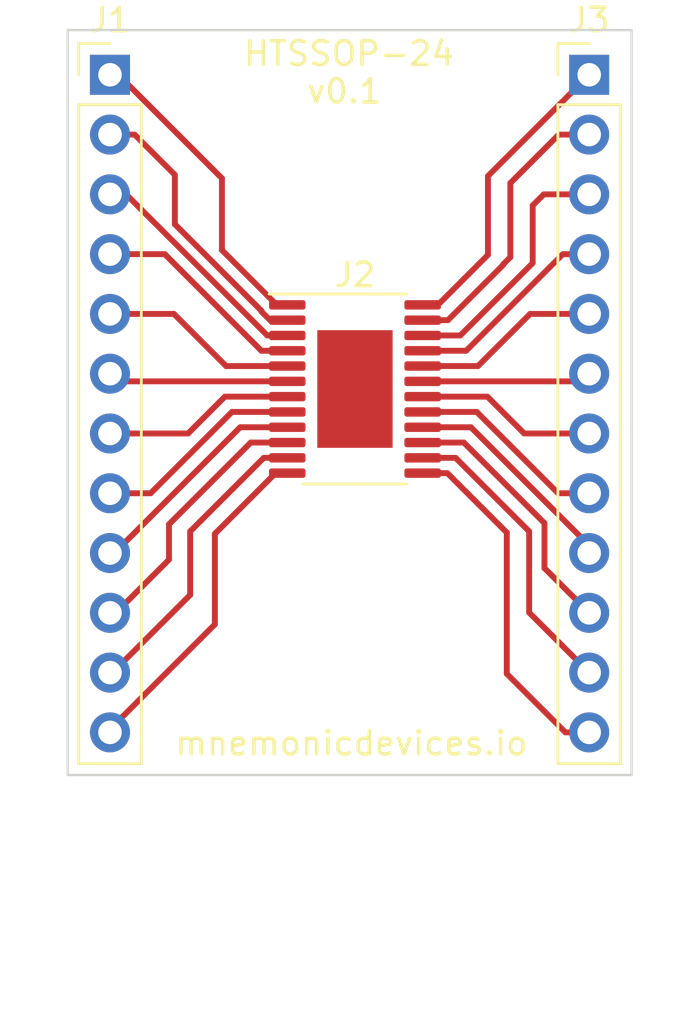
<source format=kicad_pcb>
(kicad_pcb (version 20210228) (generator pcbnew)
  (layers (0 "F.Cu" signal) (31 "B.Cu" signal) (34 "B.Paste" user) (35 "F.Paste" user) (36 "B.SilkS" user "B.Silkscreen") (37 "F.SilkS" user "F.Silkscreen") (38 "B.Mask" user) (39 "F.Mask" user) (44 "Edge.Cuts" user))
  (net 0 "")
  (net 1 "Net-(J1-Pad1)")
  (net 2 "Net-(J1-Pad2)")
  (net 3 "Net-(J1-Pad3)")
  (net 4 "Net-(J1-Pad4)")
  (net 5 "Net-(J1-Pad5)")
  (net 6 "Net-(J1-Pad6)")
  (net 7 "Net-(J1-Pad7)")
  (net 8 "Net-(J1-Pad8)")
  (net 9 "Net-(J1-Pad9)")
  (net 10 "Net-(J1-Pad10)")
  (net 11 "Net-(J1-Pad11)")
  (net 12 "Net-(J1-Pad12)")
  (net 13 "Net-(J2-Pad13)")
  (net 14 "Net-(J2-Pad14)")
  (net 15 "Net-(J2-Pad15)")
  (net 16 "Net-(J2-Pad16)")
  (net 17 "Net-(J2-Pad17)")
  (net 18 "Net-(J2-Pad18)")
  (net 19 "Net-(J2-Pad19)")
  (net 20 "Net-(J2-Pad20)")
  (net 21 "Net-(J2-Pad21)")
  (net 22 "Net-(J2-Pad22)")
  (net 23 "Net-(J2-Pad23)")
  (net 24 "Net-(J2-Pad24)")
  (footprint "Connector_PinHeader_2.54mm:PinHeader_1x12_P2.54mm_Vertical" (layer "F.Cu") (at 13.894641 13.9)
    (fp_text reference "J1" (at 0 -2.33) (layer "F.SilkS"))
    (fp_text value "Conn_01x12")
    (fp_line (start -1.33 29.27) (end 1.33 29.27) (layer "F.SilkS") (width 0.12))
    (fp_line (start -1.33 -1.33) (end 0 -1.33) (layer "F.SilkS") (width 0.12))
    (fp_line (start -1.33 1.27) (end -1.33 29.27) (layer "F.SilkS") (width 0.12))
    (fp_line (start 1.33 1.27) (end 1.33 29.27) (layer "F.SilkS") (width 0.12))
    (fp_line (start -1.33 0) (end -1.33 -1.33) (layer "F.SilkS") (width 0.12))
    (fp_line (start -1.33 1.27) (end 1.33 1.27) (layer "F.SilkS") (width 0.12))
    (pad "1" thru_hole rect (at 0 0) (size 1.7 1.7) (drill 1) (layers *.Cu *.Mask) (net 1 "Net-(J1-Pad1)"))
    (pad "2" thru_hole oval (at 0 2.54) (size 1.7 1.7) (drill 1) (layers *.Cu *.Mask) (net 2 "Net-(J1-Pad2)"))
    (pad "3" thru_hole oval (at 0 5.08) (size 1.7 1.7) (drill 1) (layers *.Cu *.Mask) (net 3 "Net-(J1-Pad3)"))
    (pad "4" thru_hole oval (at 0 7.62) (size 1.7 1.7) (drill 1) (layers *.Cu *.Mask) (net 4 "Net-(J1-Pad4)"))
    (pad "5" thru_hole oval (at 0 10.16) (size 1.7 1.7) (drill 1) (layers *.Cu *.Mask) (net 5 "Net-(J1-Pad5)"))
    (pad "6" thru_hole oval (at 0 12.7) (size 1.7 1.7) (drill 1) (layers *.Cu *.Mask) (net 6 "Net-(J1-Pad6)"))
    (pad "7" thru_hole oval (at 0 15.24) (size 1.7 1.7) (drill 1) (layers *.Cu *.Mask) (net 7 "Net-(J1-Pad7)"))
    (pad "8" thru_hole oval (at 0 17.78) (size 1.7 1.7) (drill 1) (layers *.Cu *.Mask) (net 8 "Net-(J1-Pad8)"))
    (pad "9" thru_hole oval (at 0 20.32) (size 1.7 1.7) (drill 1) (layers *.Cu *.Mask) (net 9 "Net-(J1-Pad9)"))
    (pad "10" thru_hole oval (at 0 22.86) (size 1.7 1.7) (drill 1) (layers *.Cu *.Mask) (net 10 "Net-(J1-Pad10)"))
    (pad "11" thru_hole oval (at 0 25.4) (size 1.7 1.7) (drill 1) (layers *.Cu *.Mask) (net 11 "Net-(J1-Pad11)"))
    (pad "12" thru_hole oval (at 0 27.94) (size 1.7 1.7) (drill 1) (layers *.Cu *.Mask) (net 12 "Net-(J1-Pad12)"))
  )
  (footprint "Package_SO:HTSSOP-24-1EP_4.4x7.8mm_P0.65mm_EP3.2x5mm" (layer "F.Cu") (at 24.3 27.25)
    (fp_text reference "J2" (at 0 -4.85) (layer "F.SilkS"))
    (fp_text value "Conn_02x12_Counter_Clockwise")
    (fp_line (start 0 -4.035) (end -3.65 -4.035) (layer "F.SilkS") (width 0.12))
    (fp_line (start 0 -4.035) (end 2.2 -4.035) (layer "F.SilkS") (width 0.12))
    (fp_line (start 0 4.035) (end 2.2 4.035) (layer "F.SilkS") (width 0.12))
    (fp_line (start 0 4.035) (end -2.2 4.035) (layer "F.SilkS") (width 0.12))
    (pad "1" smd roundrect (at -2.875 -3.575) (size 1.55 0.4) (layers "F.Cu" "F.Paste" "F.Mask") (net 1 "Net-(J1-Pad1)"))
    (pad "2" smd roundrect (at -2.875 -2.925) (size 1.55 0.4) (layers "F.Cu" "F.Paste" "F.Mask") (net 2 "Net-(J1-Pad2)"))
    (pad "3" smd roundrect (at -2.875 -2.275) (size 1.55 0.4) (layers "F.Cu" "F.Paste" "F.Mask") (net 3 "Net-(J1-Pad3)"))
    (pad "4" smd roundrect (at -2.875 -1.625) (size 1.55 0.4) (layers "F.Cu" "F.Paste" "F.Mask") (net 4 "Net-(J1-Pad4)"))
    (pad "5" smd roundrect (at -2.875 -0.975) (size 1.55 0.4) (layers "F.Cu" "F.Paste" "F.Mask") (net 5 "Net-(J1-Pad5)"))
    (pad "6" smd roundrect (at -2.875 -0.325) (size 1.55 0.4) (layers "F.Cu" "F.Paste" "F.Mask") (net 6 "Net-(J1-Pad6)"))
    (pad "7" smd roundrect (at -2.875 0.325) (size 1.55 0.4) (layers "F.Cu" "F.Paste" "F.Mask") (net 7 "Net-(J1-Pad7)"))
    (pad "8" smd roundrect (at -2.875 0.975) (size 1.55 0.4) (layers "F.Cu" "F.Paste" "F.Mask") (net 8 "Net-(J1-Pad8)"))
    (pad "9" smd roundrect (at -2.875 1.625) (size 1.55 0.4) (layers "F.Cu" "F.Paste" "F.Mask") (net 9 "Net-(J1-Pad9)"))
    (pad "10" smd roundrect (at -2.875 2.275) (size 1.55 0.4) (layers "F.Cu" "F.Paste" "F.Mask") (net 10 "Net-(J1-Pad10)"))
    (pad "11" smd roundrect (at -2.875 2.925) (size 1.55 0.4) (layers "F.Cu" "F.Paste" "F.Mask") (net 11 "Net-(J1-Pad11)"))
    (pad "12" smd roundrect (at -2.875 3.575) (size 1.55 0.4) (layers "F.Cu" "F.Paste" "F.Mask") (net 12 "Net-(J1-Pad12)"))
    (pad "13" smd roundrect (at 2.875 3.575) (size 1.55 0.4) (layers "F.Cu" "F.Paste" "F.Mask") (net 13 "Net-(J2-Pad13)"))
    (pad "14" smd roundrect (at 2.875 2.925) (size 1.55 0.4) (layers "F.Cu" "F.Paste" "F.Mask") (net 14 "Net-(J2-Pad14)"))
    (pad "15" smd roundrect (at 2.875 2.275) (size 1.55 0.4) (layers "F.Cu" "F.Paste" "F.Mask") (net 15 "Net-(J2-Pad15)"))
    (pad "16" smd roundrect (at 2.875 1.625) (size 1.55 0.4) (layers "F.Cu" "F.Paste" "F.Mask") (net 16 "Net-(J2-Pad16)"))
    (pad "17" smd roundrect (at 2.875 0.975) (size 1.55 0.4) (layers "F.Cu" "F.Paste" "F.Mask") (net 17 "Net-(J2-Pad17)"))
    (pad "18" smd roundrect (at 2.875 0.325) (size 1.55 0.4) (layers "F.Cu" "F.Paste" "F.Mask") (net 18 "Net-(J2-Pad18)"))
    (pad "19" smd roundrect (at 2.875 -0.325) (size 1.55 0.4) (layers "F.Cu" "F.Paste" "F.Mask") (net 19 "Net-(J2-Pad19)"))
    (pad "20" smd roundrect (at 2.875 -0.975) (size 1.55 0.4) (layers "F.Cu" "F.Paste" "F.Mask") (net 20 "Net-(J2-Pad20)"))
    (pad "21" smd roundrect (at 2.875 -1.625) (size 1.55 0.4) (layers "F.Cu" "F.Paste" "F.Mask") (net 21 "Net-(J2-Pad21)"))
    (pad "22" smd roundrect (at 2.875 -2.275) (size 1.55 0.4) (layers "F.Cu" "F.Paste" "F.Mask") (net 22 "Net-(J2-Pad22)"))
    (pad "23" smd roundrect (at 2.875 -2.925) (size 1.55 0.4) (layers "F.Cu" "F.Paste" "F.Mask") (net 23 "Net-(J2-Pad23)"))
    (pad "24" smd roundrect (at 2.875 -3.575) (size 1.55 0.4) (layers "F.Cu" "F.Paste" "F.Mask") (net 24 "Net-(J2-Pad24)"))
    (pad "25" smd rect (at 0 0) (size 3.2 5) (layers "F.Cu" "F.Mask"))
  )
  (footprint "Connector_PinHeader_2.54mm:PinHeader_1x12_P2.54mm_Vertical" (layer "F.Cu") (at 34.25 13.9)
    (fp_text reference "J3" (at 0 -2.33) (layer "F.SilkS"))
    (fp_text value "Conn_01x12")
    (fp_line (start -1.33 0) (end -1.33 -1.33) (layer "F.SilkS") (width 0.12))
    (fp_line (start -1.33 1.27) (end 1.33 1.27) (layer "F.SilkS") (width 0.12))
    (fp_line (start -1.33 -1.33) (end 0 -1.33) (layer "F.SilkS") (width 0.12))
    (fp_line (start 1.33 1.27) (end 1.33 29.27) (layer "F.SilkS") (width 0.12))
    (fp_line (start -1.33 1.27) (end -1.33 29.27) (layer "F.SilkS") (width 0.12))
    (fp_line (start -1.33 29.27) (end 1.33 29.27) (layer "F.SilkS") (width 0.12))
    (pad "1" thru_hole rect (at 0 0) (size 1.7 1.7) (drill 1) (layers *.Cu *.Mask) (net 24 "Net-(J2-Pad24)"))
    (pad "2" thru_hole oval (at 0 2.54) (size 1.7 1.7) (drill 1) (layers *.Cu *.Mask) (net 23 "Net-(J2-Pad23)"))
    (pad "3" thru_hole oval (at 0 5.08) (size 1.7 1.7) (drill 1) (layers *.Cu *.Mask) (net 22 "Net-(J2-Pad22)"))
    (pad "4" thru_hole oval (at 0 7.62) (size 1.7 1.7) (drill 1) (layers *.Cu *.Mask) (net 21 "Net-(J2-Pad21)"))
    (pad "5" thru_hole oval (at 0 10.16) (size 1.7 1.7) (drill 1) (layers *.Cu *.Mask) (net 20 "Net-(J2-Pad20)"))
    (pad "6" thru_hole oval (at 0 12.7) (size 1.7 1.7) (drill 1) (layers *.Cu *.Mask) (net 19 "Net-(J2-Pad19)"))
    (pad "7" thru_hole oval (at 0 15.24) (size 1.7 1.7) (drill 1) (layers *.Cu *.Mask) (net 18 "Net-(J2-Pad18)"))
    (pad "8" thru_hole oval (at 0 17.78) (size 1.7 1.7) (drill 1) (layers *.Cu *.Mask) (net 17 "Net-(J2-Pad17)"))
    (pad "9" thru_hole oval (at 0 20.32) (size 1.7 1.7) (drill 1) (layers *.Cu *.Mask) (net 16 "Net-(J2-Pad16)"))
    (pad "10" thru_hole oval (at 0 22.86) (size 1.7 1.7) (drill 1) (layers *.Cu *.Mask) (net 15 "Net-(J2-Pad15)"))
    (pad "11" thru_hole oval (at 0 25.4) (size 1.7 1.7) (drill 1) (layers *.Cu *.Mask) (net 14 "Net-(J2-Pad14)"))
    (pad "12" thru_hole oval (at 0 27.94) (size 1.7 1.7) (drill 1) (layers *.Cu *.Mask) (net 13 "Net-(J2-Pad13)"))
  )
  (gr_line (start 36.05 12) (end 36.05 43.65) (layer "Edge.Cuts") (width 0.1))
  (gr_line (start 12.1 12) (end 36.05 12) (layer "Edge.Cuts") (width 0.1))
  (gr_line (start 36.05 43.65) (end 12.1 43.65) (layer "Edge.Cuts") (width 0.1))
  (gr_line (start 12.1 43.65) (end 12.1 12) (layer "Edge.Cuts") (width 0.1))
  (gr_text "v0.1" (at 23.85 14.6) (layer "F.SilkS") (effects (font (size 1 1))))
  (gr_text "HTSSOP-24" (at 24.05 13) (layer "F.SilkS") (effects (font (size 1 1))))
  (gr_text "mnemonicdevices.io" (at 24.15 42.3) (layer "F.SilkS") (effects (font (size 1 1))))
  (segment (start 14.25 13.9) (end 13.894641 13.9) (width 0.25) (layer "F.Cu") (net 1))
  (segment (start 21.725 23.675) (end 20.975 23.675) (width 0.25) (layer "F.Cu") (net 1))
  (segment (start 18.65 21.35) (end 18.65 18.3) (width 0.25) (layer "F.Cu") (net 1))
  (segment (start 20.975 23.675) (end 18.65 21.35) (width 0.25) (layer "F.Cu") (net 1))
  (segment (start 18.65 18.3) (end 14.25 13.9) (width 0.25) (layer "F.Cu") (net 1))
  (segment (start 20.32548 23.957912) (end 20.32548 23.92548) (width 0.25) (layer "F.Cu") (net 2))
  (segment (start 21.725 24.325) (end 20.692568 24.325) (width 0.25) (layer "F.Cu") (net 2))
  (segment (start 14.94 16.44) (end 13.894641 16.44) (width 0.25) (layer "F.Cu") (net 2))
  (segment (start 20.692568 24.325) (end 20.32548 23.957912) (width 0.25) (layer "F.Cu") (net 2))
  (segment (start 16.65 18.15) (end 14.94 16.44) (width 0.25) (layer "F.Cu") (net 2))
  (segment (start 20.32548 23.92548) (end 16.65 20.25) (width 0.25) (layer "F.Cu") (net 2))
  (segment (start 16.65 20.25) (end 16.65 18.15) (width 0.25) (layer "F.Cu") (net 2))
  (segment (start 20.575 24.975) (end 14.58 18.98) (width 0.25) (layer "F.Cu") (net 3))
  (segment (start 14.58 18.98) (end 13.894641 18.98) (width 0.25) (layer "F.Cu") (net 3))
  (segment (start 13.949641 18.925) (end 13.894641 18.98) (width 0.25) (layer "F.Cu") (net 3))
  (segment (start 21.725 24.975) (end 20.575 24.975) (width 0.25) (layer "F.Cu") (net 3))
  (segment (start 21.725 25.625) (end 20.325 25.625) (width 0.25) (layer "F.Cu") (net 4))
  (segment (start 16.22 21.52) (end 13.894641 21.52) (width 0.25) (layer "F.Cu") (net 4))
  (segment (start 20.325 25.625) (end 16.22 21.52) (width 0.25) (layer "F.Cu") (net 4))
  (segment (start 21.725 26.275) (end 18.825 26.275) (width 0.25) (layer "F.Cu") (net 5))
  (segment (start 16.61 24.06) (end 13.894641 24.06) (width 0.25) (layer "F.Cu") (net 5))
  (segment (start 18.825 26.275) (end 16.61 24.06) (width 0.25) (layer "F.Cu") (net 5))
  (segment (start 14.219641 26.925) (end 13.894641 26.6) (width 0.25) (layer "F.Cu") (net 6))
  (segment (start 21.725 26.925) (end 14.219641 26.925) (width 0.25) (layer "F.Cu") (net 6))
  (segment (start 17.21 29.14) (end 13.894641 29.14) (width 0.25) (layer "F.Cu") (net 7))
  (segment (start 21.725 27.575) (end 18.775 27.575) (width 0.25) (layer "F.Cu") (net 7))
  (segment (start 18.775 27.575) (end 17.21 29.14) (width 0.25) (layer "F.Cu") (net 7))
  (segment (start 21.725 28.225) (end 19.075 28.225) (width 0.25) (layer "F.Cu") (net 8))
  (segment (start 19.075 28.225) (end 15.62 31.68) (width 0.25) (layer "F.Cu") (net 8))
  (segment (start 15.62 31.68) (end 13.894641 31.68) (width 0.25) (layer "F.Cu") (net 8))
  (segment (start 14.08 34.22) (end 13.894641 34.22) (width 0.25) (layer "F.Cu") (net 9))
  (segment (start 19.425 28.875) (end 14.08 34.22) (width 0.25) (layer "F.Cu") (net 9))
  (segment (start 21.725 28.875) (end 19.425 28.875) (width 0.25) (layer "F.Cu") (net 9))
  (segment (start 16.4 33) (end 16.4 34.5) (width 0.25) (layer "F.Cu") (net 10))
  (segment (start 16.4 34.5) (end 14.14 36.76) (width 0.25) (layer "F.Cu") (net 10))
  (segment (start 19.875 29.525) (end 16.4 33) (width 0.25) (layer "F.Cu") (net 10))
  (segment (start 21.725 29.525) (end 19.875 29.525) (width 0.25) (layer "F.Cu") (net 10))
  (segment (start 14.14 36.76) (end 13.894641 36.76) (width 0.25) (layer "F.Cu") (net 10))
  (segment (start 17.3 36) (end 14 39.3) (width 0.25) (layer "F.Cu") (net 11))
  (segment (start 17.3 33.3) (end 17.3 36) (width 0.25) (layer "F.Cu") (net 11))
  (segment (start 20.425 30.175) (end 17.3 33.3) (width 0.25) (layer "F.Cu") (net 11))
  (segment (start 14 39.3) (end 13.894641 39.3) (width 0.25) (layer "F.Cu") (net 11))
  (segment (start 14.519641 39.3) (end 13.894641 39.3) (width 0.25) (layer "F.Cu") (net 11))
  (segment (start 21.725 30.175) (end 20.425 30.175) (width 0.25) (layer "F.Cu") (net 11))
  (segment (start 20.925 30.825) (end 18.35 33.4) (width 0.25) (layer "F.Cu") (net 12))
  (segment (start 21.725 30.825) (end 20.925 30.825) (width 0.25) (layer "F.Cu") (net 12))
  (segment (start 14.529641 41.84) (end 13.894641 41.84) (width 0.25) (layer "F.Cu") (net 12))
  (segment (start 13.894641 41.705359) (end 13.894641 41.84) (width 0.25) (layer "F.Cu") (net 12))
  (segment (start 18.35 33.4) (end 18.35 37.25) (width 0.25) (layer "F.Cu") (net 12))
  (segment (start 18.35 37.25) (end 13.894641 41.705359) (width 0.25) (layer "F.Cu") (net 12))
  (segment (start 33.24 41.84) (end 34.25 41.84) (width 0.25) (layer "F.Cu") (net 13))
  (segment (start 30.75 33.35) (end 30.75 39.35) (width 0.25) (layer "F.Cu") (net 13))
  (segment (start 28.225 30.825) (end 30.75 33.35) (width 0.25) (layer "F.Cu") (net 13))
  (segment (start 30.75 39.35) (end 33.24 41.84) (width 0.25) (layer "F.Cu") (net 13))
  (segment (start 27.475 30.825) (end 28.225 30.825) (width 0.25) (layer "F.Cu") (net 13))
  (segment (start 27.475 30.175) (end 28.575 30.175) (width 0.25) (layer "F.Cu") (net 14))
  (segment (start 28.575 30.175) (end 31.7 33.3) (width 0.25) (layer "F.Cu") (net 14))
  (segment (start 31.7 36.75) (end 34.25 39.3) (width 0.25) (layer "F.Cu") (net 14))
  (segment (start 31.7 33.3) (end 31.7 36.75) (width 0.25) (layer "F.Cu") (net 14))
  (segment (start 28.925 29.525) (end 32.35 32.95) (width 0.25) (layer "F.Cu") (net 15))
  (segment (start 32.35 32.95) (end 32.35 34.86) (width 0.25) (layer "F.Cu") (net 15))
  (segment (start 27.475 29.525) (end 28.925 29.525) (width 0.25) (layer "F.Cu") (net 15))
  (segment (start 32.35 34.86) (end 34.25 36.76) (width 0.25) (layer "F.Cu") (net 15))
  (segment (start 29.225 28.875) (end 34.25 33.9) (width 0.25) (layer "F.Cu") (net 16))
  (segment (start 34.25 33.9) (end 34.25 34.22) (width 0.25) (layer "F.Cu") (net 16))
  (segment (start 27.475 28.875) (end 29.225 28.875) (width 0.25) (layer "F.Cu") (net 16))
  (segment (start 27.475 28.225) (end 29.475 28.225) (width 0.25) (layer "F.Cu") (net 17))
  (segment (start 29.475 28.225) (end 32.93 31.68) (width 0.25) (layer "F.Cu") (net 17))
  (segment (start 32.93 31.68) (end 34.25 31.68) (width 0.25) (layer "F.Cu") (net 17))
  (segment (start 29.925 27.575) (end 31.49 29.14) (width 0.25) (layer "F.Cu") (net 18))
  (segment (start 31.49 29.14) (end 34.25 29.14) (width 0.25) (layer "F.Cu") (net 18))
  (segment (start 27.475 27.575) (end 29.925 27.575) (width 0.25) (layer "F.Cu") (net 18))
  (segment (start 33.925 26.925) (end 34.25 26.6) (width 0.25) (layer "F.Cu") (net 19))
  (segment (start 27.475 26.925) (end 33.925 26.925) (width 0.25) (layer "F.Cu") (net 19))
  (segment (start 31.74 24.06) (end 34.25 24.06) (width 0.25) (layer "F.Cu") (net 20))
  (segment (start 27.475 26.275) (end 29.525 26.275) (width 0.25) (layer "F.Cu") (net 20))
  (segment (start 29.525 26.275) (end 31.74 24.06) (width 0.25) (layer "F.Cu") (net 20))
  (segment (start 33.13 21.52) (end 34.25 21.52) (width 0.25) (layer "F.Cu") (net 21))
  (segment (start 29.025 25.625) (end 33.13 21.52) (width 0.25) (layer "F.Cu") (net 21))
  (segment (start 27.475 25.625) (end 29.025 25.625) (width 0.25) (layer "F.Cu") (net 21))
  (segment (start 27.475 24.975) (end 28.775 24.975) (width 0.25) (layer "F.Cu") (net 22))
  (segment (start 31.85 19.45) (end 32.32 18.98) (width 0.25) (layer "F.Cu") (net 22))
  (segment (start 28.775 24.975) (end 31.85 21.9) (width 0.25) (layer "F.Cu") (net 22))
  (segment (start 32.32 18.98) (end 34.25 18.98) (width 0.25) (layer "F.Cu") (net 22))
  (segment (start 31.85 21.9) (end 31.85 19.45) (width 0.25) (layer "F.Cu") (net 22))
  (segment (start 30.9 18.5) (end 32.96 16.44) (width 0.25) (layer "F.Cu") (net 23))
  (segment (start 27.475 24.325) (end 28.25 24.325) (width 0.25) (layer "F.Cu") (net 23))
  (segment (start 30.6 21.95) (end 30.9 21.65) (width 0.25) (layer "F.Cu") (net 23))
  (segment (start 28.25 24.325) (end 30.6 21.975) (width 0.25) (layer "F.Cu") (net 23))
  (segment (start 32.96 16.44) (end 34.25 16.44) (width 0.25) (layer "F.Cu") (net 23))
  (segment (start 30.6 21.975) (end 30.6 21.95) (width 0.25) (layer "F.Cu") (net 23))
  (segment (start 30.9 21.65) (end 30.9 18.5) (width 0.25) (layer "F.Cu") (net 23))
  (segment (start 27.825 23.675) (end 29.95 21.55) (width 0.25) (layer "F.Cu") (net 24))
  (segment (start 29.95 18.2) (end 34.25 13.9) (width 0.25) (layer "F.Cu") (net 24))
  (segment (start 27.475 23.675) (end 27.825 23.675) (width 0.25) (layer "F.Cu") (net 24))
  (segment (start 29.95 21.55) (end 29.95 18.2) (width 0.25) (layer "F.Cu") (net 24))
)
</source>
